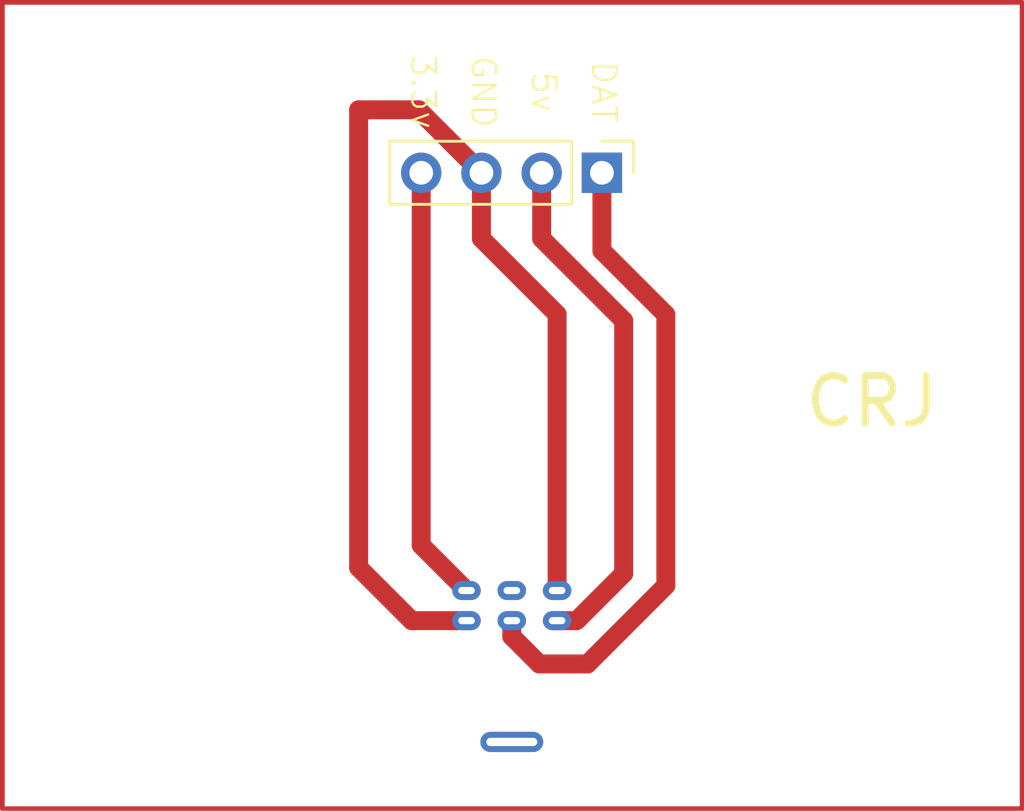
<source format=kicad_pcb>
(kicad_pcb (version 20241229) (generator "pcbnew") (generator_version "9.0")
  (layers (0 "F.Cu" signal) (2 "B.Cu" signal) (13 "F.Paste" user) (15 "B.Paste" user) (5 "F.SilkS" user "F.Silkscreen") (7 "B.SilkS" user "B.Silkscreen") (1 "F.Mask" user) (3 "B.Mask" user) (25 "Edge.Cuts" user))
  (net 0 "")
  (footprint "" (layer "F.Cu") (at 140.8642 102.0715)
    (property "Reference" "" (at 0 0 0) (layer "F.SilkS") (effects (font (size 1.27 1.27))))
    (property "Value" "")
    (pad "3" thru_hole oval (at 0 0) (size 1.2 0.8) (drill oval 0.7 0.3) (layers "*.Cu" "*.Mask"))
  )
  (footprint "MountingHole:MountingHole_2.7mm_M2.5" (layer "F.Cu") (at 160.2926 106.5)
    (property "Reference" "REF**" (hide yes))
    (property "Value" "MountingHole_2.7mm_M2.5" (hide yes))
    (pad "" np_thru_hole circle (at 0 0) (size 2.7 2.7) (drill 2.7) (layers "*.Cu" "*.Mask"))
  )
  (footprint "" (layer "F.Cu") (at 144.6842 100.8015)
    (property "Reference" "" (at 0 0 0) (layer "F.SilkS") (effects (font (size 1.27 1.27))))
    (property "Value" "")
    (pad "4" thru_hole oval (at 0 0) (size 1.2 0.8) (drill oval 0.7 0.3) (layers "*.Cu" "*.Mask"))
  )
  (footprint "Connector_PinHeader_2.54mm:PinHeader_1x04_P2.54mm_Vertical" (layer "F.Cu") (at 146.5742 83.18612 -90)
    (property "Reference" "REF**" (hide yes))
    (property "Value" "PinHeader_1x04_P2.54mm_Vertical" (hide yes))
    (fp_line (start -1.33 8.95) (end 1.33 8.95) (stroke (width 0.12)) (layer "F.SilkS"))
    (fp_line (start -1.33 1.27) (end -1.33 8.95) (stroke (width 0.12)) (layer "F.SilkS"))
    (fp_line (start -1.33 1.27) (end 1.33 1.27) (stroke (width 0.12)) (layer "F.SilkS"))
    (fp_line (start 1.33 1.27) (end 1.33 8.95) (stroke (width 0.12)) (layer "F.SilkS"))
    (fp_line (start -1.33 0) (end -1.33 -1.33) (stroke (width 0.12)) (layer "F.SilkS"))
    (fp_line (start -1.33 -1.33) (end 0 -1.33) (stroke (width 0.12)) (layer "F.SilkS"))
    (pad "1" thru_hole rect (at 0 0 270) (size 1.7 1.7) (drill 1) (layers "*.Cu" "*.Mask"))
    (pad "2" thru_hole oval (at 0 2.54 270) (size 1.7 1.7) (drill 1) (layers "*.Cu" "*.Mask"))
    (pad "3" thru_hole oval (at 0 5.08 270) (size 1.7 1.7) (drill 1) (layers "*.Cu" "*.Mask"))
    (pad "4" thru_hole oval (at 0 7.62 270) (size 1.7 1.7) (drill 1) (layers "*.Cu" "*.Mask"))
  )
  (footprint "MountingHole:MountingHole_2.7mm_M2.5" (layer "F.Cu") (at 125.2926 79.5)
    (property "Reference" "REF**" (hide yes))
    (property "Value" "MountingHole_2.7mm_M2.5" (hide yes))
    (pad "" np_thru_hole circle (at 0 0) (size 2.7 2.7) (drill 2.7) (layers "*.Cu" "*.Mask"))
  )
  (footprint "" (layer "F.Cu") (at 142.7742 100.8015)
    (property "Reference" "" (at 0 0 0) (layer "F.SilkS") (effects (font (size 1.27 1.27))))
    (property "Value" "")
    (pad "5" thru_hole oval (at 0 0) (size 1.2 0.8) (drill oval 0.7 0.3) (layers "*.Cu" "*.Mask"))
  )
  (footprint "" (layer "F.Cu") (at 142.7742 107.1865)
    (property "Reference" "" (at 0 0 0) (layer "F.SilkS") (effects (font (size 1.27 1.27))))
    (property "Value" "")
    (pad "0" thru_hole oval (at 0 0) (size 2.65 0.85) (drill oval 2.15 0.35) (layers "*.Cu" "*.Mask"))
  )
  (footprint "MountingHole:MountingHole_2.7mm_M2.5" (layer "F.Cu") (at 125.2926 106.5)
    (property "Reference" "REF**" (hide yes))
    (property "Value" "MountingHole_2.7mm_M2.5" (hide yes))
    (pad "" np_thru_hole circle (at 0 0) (size 2.7 2.7) (drill 2.7) (layers "*.Cu" "*.Mask"))
  )
  (footprint "" (layer "F.Cu") (at 142.7742 102.0715)
    (property "Reference" "" (at 0 0 0) (layer "F.SilkS") (effects (font (size 1.27 1.27))))
    (property "Value" "")
    (pad "2" thru_hole oval (at 0 0) (size 1.2 0.8) (drill oval 0.7 0.3) (layers "*.Cu" "*.Mask"))
  )
  (footprint "MountingHole:MountingHole_2.7mm_M2.5" (layer "F.Cu") (at 160.2926 79.5)
    (property "Reference" "REF**" (hide yes))
    (property "Value" "MountingHole_2.7mm_M2.5" (hide yes))
    (pad "" np_thru_hole circle (at 0 0) (size 2.7 2.7) (drill 2.7) (layers "*.Cu" "*.Mask"))
  )
  (footprint "" (layer "F.Cu") (at 144.6842 102.0715)
    (property "Reference" "" (at 0 0 0) (layer "F.SilkS") (effects (font (size 1.27 1.27))))
    (property "Value" "")
    (pad "1" thru_hole oval (at 0 0) (size 1.2 0.8) (drill oval 0.7 0.3) (layers "*.Cu" "*.Mask"))
  )
  (footprint "" (layer "F.Cu") (at 140.8642 100.8015)
    (property "Reference" "" (at 0 0 0) (layer "F.SilkS") (effects (font (size 1.27 1.27))))
    (property "Value" "")
    (pad "6" thru_hole oval (at 0 0) (size 1.2 0.8) (drill oval 0.7 0.3) (layers "*.Cu" "*.Mask"))
  )
  (gr_rect (start 121.2926 76) (end 164.2926 110) (stroke (width 0.2)) (fill no) (layer "F.Cu"))
  (gr_text "5v" (at 143.5342 78.852787 -90) (layer "F.SilkS") (effects (font (size 1 1) (thickness 0.1)) (justify left bottom)))
  (gr_text "3.3v" (at 138.4542 78.138501 -90) (layer "F.SilkS") (effects (font (size 1 1) (thickness 0.1)) (justify left bottom)))
  (gr_text "DAT" (at 146.0742 78.400406 -90) (layer "F.SilkS") (effects (font (size 1 1) (thickness 0.1)) (justify left bottom)))
  (gr_text "GND" (at 140.9942 78.18612 -90) (layer "F.SilkS") (effects (font (size 1 1) (thickness 0.1)) (justify left bottom)))
  (gr_text "CRJ" (at 155 94 0) (layer "F.SilkS") (effects (font (size 2 2) (thickness 0.3) (bold yes)) (justify left bottom)))
  (segment (start 149.2696 89.16592) (end 149.2696 100.59592) (width 0.8) (layer "F.Cu") (net 0))
  (segment (start 147.4916 89.41992) (end 144.0342 85.96252) (width 0.8) (layer "F.Cu") (net 0))
  (segment (start 144.0342 83.18612) (end 144.0342 85.96252) (width 0.8) (layer "F.Cu") (net 0))
  (segment (start 138.9542 98.8915) (end 140.8642 100.8015) (width 0.8) (layer "F.Cu") (net 0))
  (segment (start 143.9356 103.89792) (end 142.7742 102.73652) (width 0.8) (layer "F.Cu") (net 0))
  (segment (start 141.4942 83.18612) (end 138.8556 80.54752) (width 0.8) (layer "F.Cu") (net 0))
  (segment (start 142.7742 102.73652) (end 142.7742 102.0715) (width 0.8) (layer "F.Cu") (net 0))
  (segment (start 144.6842 102.0715) (end 145.50802 102.0715) (width 0.8) (layer "F.Cu") (net 0))
  (segment (start 138.55318 102.0715) (end 136.3156 99.83392) (width 0.8) (layer "F.Cu") (net 0))
  (segment (start 146.5742 83.18612) (end 146.5742 86.47052) (width 0.8) (layer "F.Cu") (net 0))
  (segment (start 145.50802 102.0715) (end 147.4916 100.08792) (width 0.8) (layer "F.Cu") (net 0))
  (segment (start 144.6842 89.15252) (end 141.4942 85.96252) (width 0.8) (layer "F.Cu") (net 0))
  (segment (start 147.4916 100.08792) (end 147.4916 89.41992) (width 0.8) (layer "F.Cu") (net 0))
  (segment (start 146.5742 86.47052) (end 149.2696 89.16592) (width 0.8) (layer "F.Cu") (net 0))
  (segment (start 138.9542 83.18612) (end 138.9542 98.8915) (width 0.8) (layer "F.Cu") (net 0))
  (segment (start 136.3156 80.52992) (end 136.3156 99.83392) (width 0.8) (layer "F.Cu") (net 0))
  (segment (start 149.2696 100.59592) (end 145.9676 103.89792) (width 0.8) (layer "F.Cu") (net 0))
  (segment (start 145.9676 103.89792) (end 143.9356 103.89792) (width 0.8) (layer "F.Cu") (net 0))
  (segment (start 142.7742 102.0715) (end 142.7742 102.08044) (width 0.5) (layer "F.Cu") (net 0))
  (segment (start 141.4942 85.96252) (end 141.4942 83.18612) (width 0.8) (layer "F.Cu") (net 0))
  (segment (start 140.8642 102.0715) (end 138.55318 102.0715) (width 0.8) (layer "F.Cu") (net 0))
  (segment (start 138.8556 80.52992) (end 136.3156 80.52992) (width 0.8) (layer "F.Cu") (net 0))
  (segment (start 138.8556 80.54752) (end 138.8556 80.52992) (width 0.8) (layer "F.Cu") (net 0))
  (segment (start 144.6842 100.8015) (end 144.6842 89.15252) (width 0.8) (layer "F.Cu") (net 0))
)
</source>
